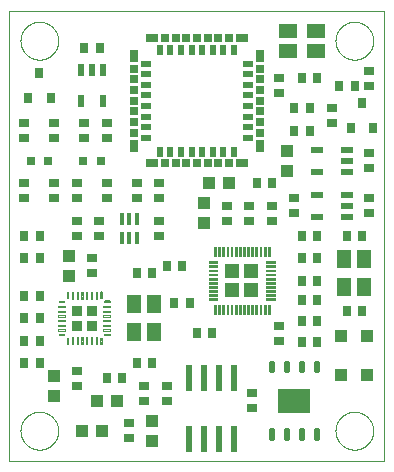
<source format=gtp>
G75*
%MOIN*%
%OFA0B0*%
%FSLAX25Y25*%
%IPPOS*%
%LPD*%
%AMOC8*
5,1,8,0,0,1.08239X$1,22.5*
%
%ADD10C,0.00000*%
%ADD11R,0.03307X0.01969*%
%ADD12R,0.01969X0.03307*%
%ADD13R,0.02559X0.04331*%
%ADD14R,0.02559X0.02559*%
%ADD15R,0.04331X0.02559*%
%ADD16C,0.00433*%
%ADD17C,0.00520*%
%ADD18R,0.03543X0.03543*%
%ADD19R,0.04605X0.04605*%
%ADD20R,0.04605X0.04617*%
%ADD21R,0.04607X0.04607*%
%ADD22R,0.04613X0.04605*%
%ADD23C,0.00197*%
%ADD24R,0.02362X0.08661*%
%ADD25R,0.03937X0.02165*%
%ADD26R,0.02165X0.03937*%
%ADD27R,0.04331X0.03937*%
%ADD28R,0.02756X0.03543*%
%ADD29R,0.03543X0.02756*%
%ADD30R,0.03937X0.04331*%
%ADD31R,0.04724X0.05906*%
%ADD32R,0.03150X0.03150*%
%ADD33R,0.10723X0.08476*%
%ADD34C,0.01213*%
%ADD35R,0.03150X0.03543*%
%ADD36R,0.01181X0.03898*%
%ADD37R,0.05906X0.04724*%
%ADD38R,0.03937X0.03937*%
D10*
X0031033Y0023661D02*
X0031033Y0173661D01*
X0156033Y0173661D01*
X0156033Y0023661D01*
X0031033Y0023661D01*
X0034734Y0033661D02*
X0034736Y0033819D01*
X0034742Y0033977D01*
X0034752Y0034135D01*
X0034766Y0034293D01*
X0034784Y0034450D01*
X0034805Y0034607D01*
X0034831Y0034763D01*
X0034861Y0034919D01*
X0034894Y0035074D01*
X0034932Y0035227D01*
X0034973Y0035380D01*
X0035018Y0035532D01*
X0035067Y0035683D01*
X0035120Y0035832D01*
X0035176Y0035980D01*
X0035236Y0036126D01*
X0035300Y0036271D01*
X0035368Y0036414D01*
X0035439Y0036556D01*
X0035513Y0036696D01*
X0035591Y0036833D01*
X0035673Y0036969D01*
X0035757Y0037103D01*
X0035846Y0037234D01*
X0035937Y0037363D01*
X0036032Y0037490D01*
X0036129Y0037615D01*
X0036230Y0037737D01*
X0036334Y0037856D01*
X0036441Y0037973D01*
X0036551Y0038087D01*
X0036664Y0038198D01*
X0036779Y0038307D01*
X0036897Y0038412D01*
X0037018Y0038514D01*
X0037141Y0038614D01*
X0037267Y0038710D01*
X0037395Y0038803D01*
X0037525Y0038893D01*
X0037658Y0038979D01*
X0037793Y0039063D01*
X0037929Y0039142D01*
X0038068Y0039219D01*
X0038209Y0039291D01*
X0038351Y0039361D01*
X0038495Y0039426D01*
X0038641Y0039488D01*
X0038788Y0039546D01*
X0038937Y0039601D01*
X0039087Y0039652D01*
X0039238Y0039699D01*
X0039390Y0039742D01*
X0039543Y0039781D01*
X0039698Y0039817D01*
X0039853Y0039848D01*
X0040009Y0039876D01*
X0040165Y0039900D01*
X0040322Y0039920D01*
X0040480Y0039936D01*
X0040637Y0039948D01*
X0040796Y0039956D01*
X0040954Y0039960D01*
X0041112Y0039960D01*
X0041270Y0039956D01*
X0041429Y0039948D01*
X0041586Y0039936D01*
X0041744Y0039920D01*
X0041901Y0039900D01*
X0042057Y0039876D01*
X0042213Y0039848D01*
X0042368Y0039817D01*
X0042523Y0039781D01*
X0042676Y0039742D01*
X0042828Y0039699D01*
X0042979Y0039652D01*
X0043129Y0039601D01*
X0043278Y0039546D01*
X0043425Y0039488D01*
X0043571Y0039426D01*
X0043715Y0039361D01*
X0043857Y0039291D01*
X0043998Y0039219D01*
X0044137Y0039142D01*
X0044273Y0039063D01*
X0044408Y0038979D01*
X0044541Y0038893D01*
X0044671Y0038803D01*
X0044799Y0038710D01*
X0044925Y0038614D01*
X0045048Y0038514D01*
X0045169Y0038412D01*
X0045287Y0038307D01*
X0045402Y0038198D01*
X0045515Y0038087D01*
X0045625Y0037973D01*
X0045732Y0037856D01*
X0045836Y0037737D01*
X0045937Y0037615D01*
X0046034Y0037490D01*
X0046129Y0037363D01*
X0046220Y0037234D01*
X0046309Y0037103D01*
X0046393Y0036969D01*
X0046475Y0036833D01*
X0046553Y0036696D01*
X0046627Y0036556D01*
X0046698Y0036414D01*
X0046766Y0036271D01*
X0046830Y0036126D01*
X0046890Y0035980D01*
X0046946Y0035832D01*
X0046999Y0035683D01*
X0047048Y0035532D01*
X0047093Y0035380D01*
X0047134Y0035227D01*
X0047172Y0035074D01*
X0047205Y0034919D01*
X0047235Y0034763D01*
X0047261Y0034607D01*
X0047282Y0034450D01*
X0047300Y0034293D01*
X0047314Y0034135D01*
X0047324Y0033977D01*
X0047330Y0033819D01*
X0047332Y0033661D01*
X0047330Y0033503D01*
X0047324Y0033345D01*
X0047314Y0033187D01*
X0047300Y0033029D01*
X0047282Y0032872D01*
X0047261Y0032715D01*
X0047235Y0032559D01*
X0047205Y0032403D01*
X0047172Y0032248D01*
X0047134Y0032095D01*
X0047093Y0031942D01*
X0047048Y0031790D01*
X0046999Y0031639D01*
X0046946Y0031490D01*
X0046890Y0031342D01*
X0046830Y0031196D01*
X0046766Y0031051D01*
X0046698Y0030908D01*
X0046627Y0030766D01*
X0046553Y0030626D01*
X0046475Y0030489D01*
X0046393Y0030353D01*
X0046309Y0030219D01*
X0046220Y0030088D01*
X0046129Y0029959D01*
X0046034Y0029832D01*
X0045937Y0029707D01*
X0045836Y0029585D01*
X0045732Y0029466D01*
X0045625Y0029349D01*
X0045515Y0029235D01*
X0045402Y0029124D01*
X0045287Y0029015D01*
X0045169Y0028910D01*
X0045048Y0028808D01*
X0044925Y0028708D01*
X0044799Y0028612D01*
X0044671Y0028519D01*
X0044541Y0028429D01*
X0044408Y0028343D01*
X0044273Y0028259D01*
X0044137Y0028180D01*
X0043998Y0028103D01*
X0043857Y0028031D01*
X0043715Y0027961D01*
X0043571Y0027896D01*
X0043425Y0027834D01*
X0043278Y0027776D01*
X0043129Y0027721D01*
X0042979Y0027670D01*
X0042828Y0027623D01*
X0042676Y0027580D01*
X0042523Y0027541D01*
X0042368Y0027505D01*
X0042213Y0027474D01*
X0042057Y0027446D01*
X0041901Y0027422D01*
X0041744Y0027402D01*
X0041586Y0027386D01*
X0041429Y0027374D01*
X0041270Y0027366D01*
X0041112Y0027362D01*
X0040954Y0027362D01*
X0040796Y0027366D01*
X0040637Y0027374D01*
X0040480Y0027386D01*
X0040322Y0027402D01*
X0040165Y0027422D01*
X0040009Y0027446D01*
X0039853Y0027474D01*
X0039698Y0027505D01*
X0039543Y0027541D01*
X0039390Y0027580D01*
X0039238Y0027623D01*
X0039087Y0027670D01*
X0038937Y0027721D01*
X0038788Y0027776D01*
X0038641Y0027834D01*
X0038495Y0027896D01*
X0038351Y0027961D01*
X0038209Y0028031D01*
X0038068Y0028103D01*
X0037929Y0028180D01*
X0037793Y0028259D01*
X0037658Y0028343D01*
X0037525Y0028429D01*
X0037395Y0028519D01*
X0037267Y0028612D01*
X0037141Y0028708D01*
X0037018Y0028808D01*
X0036897Y0028910D01*
X0036779Y0029015D01*
X0036664Y0029124D01*
X0036551Y0029235D01*
X0036441Y0029349D01*
X0036334Y0029466D01*
X0036230Y0029585D01*
X0036129Y0029707D01*
X0036032Y0029832D01*
X0035937Y0029959D01*
X0035846Y0030088D01*
X0035757Y0030219D01*
X0035673Y0030353D01*
X0035591Y0030489D01*
X0035513Y0030626D01*
X0035439Y0030766D01*
X0035368Y0030908D01*
X0035300Y0031051D01*
X0035236Y0031196D01*
X0035176Y0031342D01*
X0035120Y0031490D01*
X0035067Y0031639D01*
X0035018Y0031790D01*
X0034973Y0031942D01*
X0034932Y0032095D01*
X0034894Y0032248D01*
X0034861Y0032403D01*
X0034831Y0032559D01*
X0034805Y0032715D01*
X0034784Y0032872D01*
X0034766Y0033029D01*
X0034752Y0033187D01*
X0034742Y0033345D01*
X0034736Y0033503D01*
X0034734Y0033661D01*
X0139734Y0033661D02*
X0139736Y0033819D01*
X0139742Y0033977D01*
X0139752Y0034135D01*
X0139766Y0034293D01*
X0139784Y0034450D01*
X0139805Y0034607D01*
X0139831Y0034763D01*
X0139861Y0034919D01*
X0139894Y0035074D01*
X0139932Y0035227D01*
X0139973Y0035380D01*
X0140018Y0035532D01*
X0140067Y0035683D01*
X0140120Y0035832D01*
X0140176Y0035980D01*
X0140236Y0036126D01*
X0140300Y0036271D01*
X0140368Y0036414D01*
X0140439Y0036556D01*
X0140513Y0036696D01*
X0140591Y0036833D01*
X0140673Y0036969D01*
X0140757Y0037103D01*
X0140846Y0037234D01*
X0140937Y0037363D01*
X0141032Y0037490D01*
X0141129Y0037615D01*
X0141230Y0037737D01*
X0141334Y0037856D01*
X0141441Y0037973D01*
X0141551Y0038087D01*
X0141664Y0038198D01*
X0141779Y0038307D01*
X0141897Y0038412D01*
X0142018Y0038514D01*
X0142141Y0038614D01*
X0142267Y0038710D01*
X0142395Y0038803D01*
X0142525Y0038893D01*
X0142658Y0038979D01*
X0142793Y0039063D01*
X0142929Y0039142D01*
X0143068Y0039219D01*
X0143209Y0039291D01*
X0143351Y0039361D01*
X0143495Y0039426D01*
X0143641Y0039488D01*
X0143788Y0039546D01*
X0143937Y0039601D01*
X0144087Y0039652D01*
X0144238Y0039699D01*
X0144390Y0039742D01*
X0144543Y0039781D01*
X0144698Y0039817D01*
X0144853Y0039848D01*
X0145009Y0039876D01*
X0145165Y0039900D01*
X0145322Y0039920D01*
X0145480Y0039936D01*
X0145637Y0039948D01*
X0145796Y0039956D01*
X0145954Y0039960D01*
X0146112Y0039960D01*
X0146270Y0039956D01*
X0146429Y0039948D01*
X0146586Y0039936D01*
X0146744Y0039920D01*
X0146901Y0039900D01*
X0147057Y0039876D01*
X0147213Y0039848D01*
X0147368Y0039817D01*
X0147523Y0039781D01*
X0147676Y0039742D01*
X0147828Y0039699D01*
X0147979Y0039652D01*
X0148129Y0039601D01*
X0148278Y0039546D01*
X0148425Y0039488D01*
X0148571Y0039426D01*
X0148715Y0039361D01*
X0148857Y0039291D01*
X0148998Y0039219D01*
X0149137Y0039142D01*
X0149273Y0039063D01*
X0149408Y0038979D01*
X0149541Y0038893D01*
X0149671Y0038803D01*
X0149799Y0038710D01*
X0149925Y0038614D01*
X0150048Y0038514D01*
X0150169Y0038412D01*
X0150287Y0038307D01*
X0150402Y0038198D01*
X0150515Y0038087D01*
X0150625Y0037973D01*
X0150732Y0037856D01*
X0150836Y0037737D01*
X0150937Y0037615D01*
X0151034Y0037490D01*
X0151129Y0037363D01*
X0151220Y0037234D01*
X0151309Y0037103D01*
X0151393Y0036969D01*
X0151475Y0036833D01*
X0151553Y0036696D01*
X0151627Y0036556D01*
X0151698Y0036414D01*
X0151766Y0036271D01*
X0151830Y0036126D01*
X0151890Y0035980D01*
X0151946Y0035832D01*
X0151999Y0035683D01*
X0152048Y0035532D01*
X0152093Y0035380D01*
X0152134Y0035227D01*
X0152172Y0035074D01*
X0152205Y0034919D01*
X0152235Y0034763D01*
X0152261Y0034607D01*
X0152282Y0034450D01*
X0152300Y0034293D01*
X0152314Y0034135D01*
X0152324Y0033977D01*
X0152330Y0033819D01*
X0152332Y0033661D01*
X0152330Y0033503D01*
X0152324Y0033345D01*
X0152314Y0033187D01*
X0152300Y0033029D01*
X0152282Y0032872D01*
X0152261Y0032715D01*
X0152235Y0032559D01*
X0152205Y0032403D01*
X0152172Y0032248D01*
X0152134Y0032095D01*
X0152093Y0031942D01*
X0152048Y0031790D01*
X0151999Y0031639D01*
X0151946Y0031490D01*
X0151890Y0031342D01*
X0151830Y0031196D01*
X0151766Y0031051D01*
X0151698Y0030908D01*
X0151627Y0030766D01*
X0151553Y0030626D01*
X0151475Y0030489D01*
X0151393Y0030353D01*
X0151309Y0030219D01*
X0151220Y0030088D01*
X0151129Y0029959D01*
X0151034Y0029832D01*
X0150937Y0029707D01*
X0150836Y0029585D01*
X0150732Y0029466D01*
X0150625Y0029349D01*
X0150515Y0029235D01*
X0150402Y0029124D01*
X0150287Y0029015D01*
X0150169Y0028910D01*
X0150048Y0028808D01*
X0149925Y0028708D01*
X0149799Y0028612D01*
X0149671Y0028519D01*
X0149541Y0028429D01*
X0149408Y0028343D01*
X0149273Y0028259D01*
X0149137Y0028180D01*
X0148998Y0028103D01*
X0148857Y0028031D01*
X0148715Y0027961D01*
X0148571Y0027896D01*
X0148425Y0027834D01*
X0148278Y0027776D01*
X0148129Y0027721D01*
X0147979Y0027670D01*
X0147828Y0027623D01*
X0147676Y0027580D01*
X0147523Y0027541D01*
X0147368Y0027505D01*
X0147213Y0027474D01*
X0147057Y0027446D01*
X0146901Y0027422D01*
X0146744Y0027402D01*
X0146586Y0027386D01*
X0146429Y0027374D01*
X0146270Y0027366D01*
X0146112Y0027362D01*
X0145954Y0027362D01*
X0145796Y0027366D01*
X0145637Y0027374D01*
X0145480Y0027386D01*
X0145322Y0027402D01*
X0145165Y0027422D01*
X0145009Y0027446D01*
X0144853Y0027474D01*
X0144698Y0027505D01*
X0144543Y0027541D01*
X0144390Y0027580D01*
X0144238Y0027623D01*
X0144087Y0027670D01*
X0143937Y0027721D01*
X0143788Y0027776D01*
X0143641Y0027834D01*
X0143495Y0027896D01*
X0143351Y0027961D01*
X0143209Y0028031D01*
X0143068Y0028103D01*
X0142929Y0028180D01*
X0142793Y0028259D01*
X0142658Y0028343D01*
X0142525Y0028429D01*
X0142395Y0028519D01*
X0142267Y0028612D01*
X0142141Y0028708D01*
X0142018Y0028808D01*
X0141897Y0028910D01*
X0141779Y0029015D01*
X0141664Y0029124D01*
X0141551Y0029235D01*
X0141441Y0029349D01*
X0141334Y0029466D01*
X0141230Y0029585D01*
X0141129Y0029707D01*
X0141032Y0029832D01*
X0140937Y0029959D01*
X0140846Y0030088D01*
X0140757Y0030219D01*
X0140673Y0030353D01*
X0140591Y0030489D01*
X0140513Y0030626D01*
X0140439Y0030766D01*
X0140368Y0030908D01*
X0140300Y0031051D01*
X0140236Y0031196D01*
X0140176Y0031342D01*
X0140120Y0031490D01*
X0140067Y0031639D01*
X0140018Y0031790D01*
X0139973Y0031942D01*
X0139932Y0032095D01*
X0139894Y0032248D01*
X0139861Y0032403D01*
X0139831Y0032559D01*
X0139805Y0032715D01*
X0139784Y0032872D01*
X0139766Y0033029D01*
X0139752Y0033187D01*
X0139742Y0033345D01*
X0139736Y0033503D01*
X0139734Y0033661D01*
X0139734Y0163661D02*
X0139736Y0163819D01*
X0139742Y0163977D01*
X0139752Y0164135D01*
X0139766Y0164293D01*
X0139784Y0164450D01*
X0139805Y0164607D01*
X0139831Y0164763D01*
X0139861Y0164919D01*
X0139894Y0165074D01*
X0139932Y0165227D01*
X0139973Y0165380D01*
X0140018Y0165532D01*
X0140067Y0165683D01*
X0140120Y0165832D01*
X0140176Y0165980D01*
X0140236Y0166126D01*
X0140300Y0166271D01*
X0140368Y0166414D01*
X0140439Y0166556D01*
X0140513Y0166696D01*
X0140591Y0166833D01*
X0140673Y0166969D01*
X0140757Y0167103D01*
X0140846Y0167234D01*
X0140937Y0167363D01*
X0141032Y0167490D01*
X0141129Y0167615D01*
X0141230Y0167737D01*
X0141334Y0167856D01*
X0141441Y0167973D01*
X0141551Y0168087D01*
X0141664Y0168198D01*
X0141779Y0168307D01*
X0141897Y0168412D01*
X0142018Y0168514D01*
X0142141Y0168614D01*
X0142267Y0168710D01*
X0142395Y0168803D01*
X0142525Y0168893D01*
X0142658Y0168979D01*
X0142793Y0169063D01*
X0142929Y0169142D01*
X0143068Y0169219D01*
X0143209Y0169291D01*
X0143351Y0169361D01*
X0143495Y0169426D01*
X0143641Y0169488D01*
X0143788Y0169546D01*
X0143937Y0169601D01*
X0144087Y0169652D01*
X0144238Y0169699D01*
X0144390Y0169742D01*
X0144543Y0169781D01*
X0144698Y0169817D01*
X0144853Y0169848D01*
X0145009Y0169876D01*
X0145165Y0169900D01*
X0145322Y0169920D01*
X0145480Y0169936D01*
X0145637Y0169948D01*
X0145796Y0169956D01*
X0145954Y0169960D01*
X0146112Y0169960D01*
X0146270Y0169956D01*
X0146429Y0169948D01*
X0146586Y0169936D01*
X0146744Y0169920D01*
X0146901Y0169900D01*
X0147057Y0169876D01*
X0147213Y0169848D01*
X0147368Y0169817D01*
X0147523Y0169781D01*
X0147676Y0169742D01*
X0147828Y0169699D01*
X0147979Y0169652D01*
X0148129Y0169601D01*
X0148278Y0169546D01*
X0148425Y0169488D01*
X0148571Y0169426D01*
X0148715Y0169361D01*
X0148857Y0169291D01*
X0148998Y0169219D01*
X0149137Y0169142D01*
X0149273Y0169063D01*
X0149408Y0168979D01*
X0149541Y0168893D01*
X0149671Y0168803D01*
X0149799Y0168710D01*
X0149925Y0168614D01*
X0150048Y0168514D01*
X0150169Y0168412D01*
X0150287Y0168307D01*
X0150402Y0168198D01*
X0150515Y0168087D01*
X0150625Y0167973D01*
X0150732Y0167856D01*
X0150836Y0167737D01*
X0150937Y0167615D01*
X0151034Y0167490D01*
X0151129Y0167363D01*
X0151220Y0167234D01*
X0151309Y0167103D01*
X0151393Y0166969D01*
X0151475Y0166833D01*
X0151553Y0166696D01*
X0151627Y0166556D01*
X0151698Y0166414D01*
X0151766Y0166271D01*
X0151830Y0166126D01*
X0151890Y0165980D01*
X0151946Y0165832D01*
X0151999Y0165683D01*
X0152048Y0165532D01*
X0152093Y0165380D01*
X0152134Y0165227D01*
X0152172Y0165074D01*
X0152205Y0164919D01*
X0152235Y0164763D01*
X0152261Y0164607D01*
X0152282Y0164450D01*
X0152300Y0164293D01*
X0152314Y0164135D01*
X0152324Y0163977D01*
X0152330Y0163819D01*
X0152332Y0163661D01*
X0152330Y0163503D01*
X0152324Y0163345D01*
X0152314Y0163187D01*
X0152300Y0163029D01*
X0152282Y0162872D01*
X0152261Y0162715D01*
X0152235Y0162559D01*
X0152205Y0162403D01*
X0152172Y0162248D01*
X0152134Y0162095D01*
X0152093Y0161942D01*
X0152048Y0161790D01*
X0151999Y0161639D01*
X0151946Y0161490D01*
X0151890Y0161342D01*
X0151830Y0161196D01*
X0151766Y0161051D01*
X0151698Y0160908D01*
X0151627Y0160766D01*
X0151553Y0160626D01*
X0151475Y0160489D01*
X0151393Y0160353D01*
X0151309Y0160219D01*
X0151220Y0160088D01*
X0151129Y0159959D01*
X0151034Y0159832D01*
X0150937Y0159707D01*
X0150836Y0159585D01*
X0150732Y0159466D01*
X0150625Y0159349D01*
X0150515Y0159235D01*
X0150402Y0159124D01*
X0150287Y0159015D01*
X0150169Y0158910D01*
X0150048Y0158808D01*
X0149925Y0158708D01*
X0149799Y0158612D01*
X0149671Y0158519D01*
X0149541Y0158429D01*
X0149408Y0158343D01*
X0149273Y0158259D01*
X0149137Y0158180D01*
X0148998Y0158103D01*
X0148857Y0158031D01*
X0148715Y0157961D01*
X0148571Y0157896D01*
X0148425Y0157834D01*
X0148278Y0157776D01*
X0148129Y0157721D01*
X0147979Y0157670D01*
X0147828Y0157623D01*
X0147676Y0157580D01*
X0147523Y0157541D01*
X0147368Y0157505D01*
X0147213Y0157474D01*
X0147057Y0157446D01*
X0146901Y0157422D01*
X0146744Y0157402D01*
X0146586Y0157386D01*
X0146429Y0157374D01*
X0146270Y0157366D01*
X0146112Y0157362D01*
X0145954Y0157362D01*
X0145796Y0157366D01*
X0145637Y0157374D01*
X0145480Y0157386D01*
X0145322Y0157402D01*
X0145165Y0157422D01*
X0145009Y0157446D01*
X0144853Y0157474D01*
X0144698Y0157505D01*
X0144543Y0157541D01*
X0144390Y0157580D01*
X0144238Y0157623D01*
X0144087Y0157670D01*
X0143937Y0157721D01*
X0143788Y0157776D01*
X0143641Y0157834D01*
X0143495Y0157896D01*
X0143351Y0157961D01*
X0143209Y0158031D01*
X0143068Y0158103D01*
X0142929Y0158180D01*
X0142793Y0158259D01*
X0142658Y0158343D01*
X0142525Y0158429D01*
X0142395Y0158519D01*
X0142267Y0158612D01*
X0142141Y0158708D01*
X0142018Y0158808D01*
X0141897Y0158910D01*
X0141779Y0159015D01*
X0141664Y0159124D01*
X0141551Y0159235D01*
X0141441Y0159349D01*
X0141334Y0159466D01*
X0141230Y0159585D01*
X0141129Y0159707D01*
X0141032Y0159832D01*
X0140937Y0159959D01*
X0140846Y0160088D01*
X0140757Y0160219D01*
X0140673Y0160353D01*
X0140591Y0160489D01*
X0140513Y0160626D01*
X0140439Y0160766D01*
X0140368Y0160908D01*
X0140300Y0161051D01*
X0140236Y0161196D01*
X0140176Y0161342D01*
X0140120Y0161490D01*
X0140067Y0161639D01*
X0140018Y0161790D01*
X0139973Y0161942D01*
X0139932Y0162095D01*
X0139894Y0162248D01*
X0139861Y0162403D01*
X0139831Y0162559D01*
X0139805Y0162715D01*
X0139784Y0162872D01*
X0139766Y0163029D01*
X0139752Y0163187D01*
X0139742Y0163345D01*
X0139736Y0163503D01*
X0139734Y0163661D01*
X0034734Y0163661D02*
X0034736Y0163819D01*
X0034742Y0163977D01*
X0034752Y0164135D01*
X0034766Y0164293D01*
X0034784Y0164450D01*
X0034805Y0164607D01*
X0034831Y0164763D01*
X0034861Y0164919D01*
X0034894Y0165074D01*
X0034932Y0165227D01*
X0034973Y0165380D01*
X0035018Y0165532D01*
X0035067Y0165683D01*
X0035120Y0165832D01*
X0035176Y0165980D01*
X0035236Y0166126D01*
X0035300Y0166271D01*
X0035368Y0166414D01*
X0035439Y0166556D01*
X0035513Y0166696D01*
X0035591Y0166833D01*
X0035673Y0166969D01*
X0035757Y0167103D01*
X0035846Y0167234D01*
X0035937Y0167363D01*
X0036032Y0167490D01*
X0036129Y0167615D01*
X0036230Y0167737D01*
X0036334Y0167856D01*
X0036441Y0167973D01*
X0036551Y0168087D01*
X0036664Y0168198D01*
X0036779Y0168307D01*
X0036897Y0168412D01*
X0037018Y0168514D01*
X0037141Y0168614D01*
X0037267Y0168710D01*
X0037395Y0168803D01*
X0037525Y0168893D01*
X0037658Y0168979D01*
X0037793Y0169063D01*
X0037929Y0169142D01*
X0038068Y0169219D01*
X0038209Y0169291D01*
X0038351Y0169361D01*
X0038495Y0169426D01*
X0038641Y0169488D01*
X0038788Y0169546D01*
X0038937Y0169601D01*
X0039087Y0169652D01*
X0039238Y0169699D01*
X0039390Y0169742D01*
X0039543Y0169781D01*
X0039698Y0169817D01*
X0039853Y0169848D01*
X0040009Y0169876D01*
X0040165Y0169900D01*
X0040322Y0169920D01*
X0040480Y0169936D01*
X0040637Y0169948D01*
X0040796Y0169956D01*
X0040954Y0169960D01*
X0041112Y0169960D01*
X0041270Y0169956D01*
X0041429Y0169948D01*
X0041586Y0169936D01*
X0041744Y0169920D01*
X0041901Y0169900D01*
X0042057Y0169876D01*
X0042213Y0169848D01*
X0042368Y0169817D01*
X0042523Y0169781D01*
X0042676Y0169742D01*
X0042828Y0169699D01*
X0042979Y0169652D01*
X0043129Y0169601D01*
X0043278Y0169546D01*
X0043425Y0169488D01*
X0043571Y0169426D01*
X0043715Y0169361D01*
X0043857Y0169291D01*
X0043998Y0169219D01*
X0044137Y0169142D01*
X0044273Y0169063D01*
X0044408Y0168979D01*
X0044541Y0168893D01*
X0044671Y0168803D01*
X0044799Y0168710D01*
X0044925Y0168614D01*
X0045048Y0168514D01*
X0045169Y0168412D01*
X0045287Y0168307D01*
X0045402Y0168198D01*
X0045515Y0168087D01*
X0045625Y0167973D01*
X0045732Y0167856D01*
X0045836Y0167737D01*
X0045937Y0167615D01*
X0046034Y0167490D01*
X0046129Y0167363D01*
X0046220Y0167234D01*
X0046309Y0167103D01*
X0046393Y0166969D01*
X0046475Y0166833D01*
X0046553Y0166696D01*
X0046627Y0166556D01*
X0046698Y0166414D01*
X0046766Y0166271D01*
X0046830Y0166126D01*
X0046890Y0165980D01*
X0046946Y0165832D01*
X0046999Y0165683D01*
X0047048Y0165532D01*
X0047093Y0165380D01*
X0047134Y0165227D01*
X0047172Y0165074D01*
X0047205Y0164919D01*
X0047235Y0164763D01*
X0047261Y0164607D01*
X0047282Y0164450D01*
X0047300Y0164293D01*
X0047314Y0164135D01*
X0047324Y0163977D01*
X0047330Y0163819D01*
X0047332Y0163661D01*
X0047330Y0163503D01*
X0047324Y0163345D01*
X0047314Y0163187D01*
X0047300Y0163029D01*
X0047282Y0162872D01*
X0047261Y0162715D01*
X0047235Y0162559D01*
X0047205Y0162403D01*
X0047172Y0162248D01*
X0047134Y0162095D01*
X0047093Y0161942D01*
X0047048Y0161790D01*
X0046999Y0161639D01*
X0046946Y0161490D01*
X0046890Y0161342D01*
X0046830Y0161196D01*
X0046766Y0161051D01*
X0046698Y0160908D01*
X0046627Y0160766D01*
X0046553Y0160626D01*
X0046475Y0160489D01*
X0046393Y0160353D01*
X0046309Y0160219D01*
X0046220Y0160088D01*
X0046129Y0159959D01*
X0046034Y0159832D01*
X0045937Y0159707D01*
X0045836Y0159585D01*
X0045732Y0159466D01*
X0045625Y0159349D01*
X0045515Y0159235D01*
X0045402Y0159124D01*
X0045287Y0159015D01*
X0045169Y0158910D01*
X0045048Y0158808D01*
X0044925Y0158708D01*
X0044799Y0158612D01*
X0044671Y0158519D01*
X0044541Y0158429D01*
X0044408Y0158343D01*
X0044273Y0158259D01*
X0044137Y0158180D01*
X0043998Y0158103D01*
X0043857Y0158031D01*
X0043715Y0157961D01*
X0043571Y0157896D01*
X0043425Y0157834D01*
X0043278Y0157776D01*
X0043129Y0157721D01*
X0042979Y0157670D01*
X0042828Y0157623D01*
X0042676Y0157580D01*
X0042523Y0157541D01*
X0042368Y0157505D01*
X0042213Y0157474D01*
X0042057Y0157446D01*
X0041901Y0157422D01*
X0041744Y0157402D01*
X0041586Y0157386D01*
X0041429Y0157374D01*
X0041270Y0157366D01*
X0041112Y0157362D01*
X0040954Y0157362D01*
X0040796Y0157366D01*
X0040637Y0157374D01*
X0040480Y0157386D01*
X0040322Y0157402D01*
X0040165Y0157422D01*
X0040009Y0157446D01*
X0039853Y0157474D01*
X0039698Y0157505D01*
X0039543Y0157541D01*
X0039390Y0157580D01*
X0039238Y0157623D01*
X0039087Y0157670D01*
X0038937Y0157721D01*
X0038788Y0157776D01*
X0038641Y0157834D01*
X0038495Y0157896D01*
X0038351Y0157961D01*
X0038209Y0158031D01*
X0038068Y0158103D01*
X0037929Y0158180D01*
X0037793Y0158259D01*
X0037658Y0158343D01*
X0037525Y0158429D01*
X0037395Y0158519D01*
X0037267Y0158612D01*
X0037141Y0158708D01*
X0037018Y0158808D01*
X0036897Y0158910D01*
X0036779Y0159015D01*
X0036664Y0159124D01*
X0036551Y0159235D01*
X0036441Y0159349D01*
X0036334Y0159466D01*
X0036230Y0159585D01*
X0036129Y0159707D01*
X0036032Y0159832D01*
X0035937Y0159959D01*
X0035846Y0160088D01*
X0035757Y0160219D01*
X0035673Y0160353D01*
X0035591Y0160489D01*
X0035513Y0160626D01*
X0035439Y0160766D01*
X0035368Y0160908D01*
X0035300Y0161051D01*
X0035236Y0161196D01*
X0035176Y0161342D01*
X0035120Y0161490D01*
X0035067Y0161639D01*
X0035018Y0161790D01*
X0034973Y0161942D01*
X0034932Y0162095D01*
X0034894Y0162248D01*
X0034861Y0162403D01*
X0034831Y0162559D01*
X0034805Y0162715D01*
X0034784Y0162872D01*
X0034766Y0163029D01*
X0034752Y0163187D01*
X0034742Y0163345D01*
X0034736Y0163503D01*
X0034734Y0163661D01*
D11*
X0076564Y0156063D03*
X0076564Y0152519D03*
X0076564Y0148976D03*
X0076564Y0145433D03*
X0076564Y0141889D03*
X0076564Y0138346D03*
X0076564Y0134803D03*
X0076564Y0131259D03*
X0110501Y0131259D03*
X0110501Y0134803D03*
X0110501Y0138346D03*
X0110501Y0141889D03*
X0110501Y0145433D03*
X0110501Y0148976D03*
X0110501Y0152519D03*
X0110501Y0156063D03*
D12*
X0105934Y0160629D03*
X0102391Y0160629D03*
X0098848Y0160629D03*
X0095304Y0160629D03*
X0091761Y0160629D03*
X0088218Y0160629D03*
X0084675Y0160629D03*
X0081131Y0160629D03*
X0081131Y0126692D03*
X0084675Y0126692D03*
X0088218Y0126692D03*
X0091761Y0126692D03*
X0095304Y0126692D03*
X0098848Y0126692D03*
X0102391Y0126692D03*
X0105934Y0126692D03*
D13*
X0114419Y0128602D03*
X0114419Y0158720D03*
X0072647Y0158720D03*
X0072647Y0128602D03*
D14*
X0072647Y0133031D03*
X0072647Y0136574D03*
X0072647Y0140118D03*
X0072647Y0143661D03*
X0072647Y0147204D03*
X0072647Y0150748D03*
X0072647Y0154291D03*
X0082903Y0164547D03*
X0086446Y0164547D03*
X0089989Y0164547D03*
X0093533Y0164547D03*
X0097076Y0164547D03*
X0100619Y0164547D03*
X0104163Y0164547D03*
X0114419Y0154291D03*
X0114419Y0150748D03*
X0114419Y0147204D03*
X0114419Y0143661D03*
X0114419Y0140118D03*
X0114419Y0136574D03*
X0114419Y0133031D03*
X0104163Y0122775D03*
X0100619Y0122775D03*
X0097076Y0122775D03*
X0093533Y0122775D03*
X0089989Y0122775D03*
X0086446Y0122775D03*
X0082903Y0122775D03*
D15*
X0078474Y0122775D03*
X0108592Y0122775D03*
X0108592Y0164547D03*
X0078474Y0164547D03*
D16*
X0059753Y0079803D02*
X0059753Y0077479D01*
X0059753Y0079803D02*
X0060187Y0079803D01*
X0060187Y0077479D01*
X0059753Y0077479D01*
X0059753Y0077911D02*
X0060187Y0077911D01*
X0060187Y0078343D02*
X0059753Y0078343D01*
X0059753Y0078775D02*
X0060187Y0078775D01*
X0060187Y0079207D02*
X0059753Y0079207D01*
X0059753Y0079639D02*
X0060187Y0079639D01*
X0058178Y0079803D02*
X0058178Y0077479D01*
X0058178Y0079803D02*
X0058612Y0079803D01*
X0058612Y0077479D01*
X0058178Y0077479D01*
X0058178Y0077911D02*
X0058612Y0077911D01*
X0058612Y0078343D02*
X0058178Y0078343D01*
X0058178Y0078775D02*
X0058612Y0078775D01*
X0058612Y0079207D02*
X0058178Y0079207D01*
X0058178Y0079639D02*
X0058612Y0079639D01*
X0056603Y0079803D02*
X0056603Y0077479D01*
X0056603Y0079803D02*
X0057037Y0079803D01*
X0057037Y0077479D01*
X0056603Y0077479D01*
X0056603Y0077911D02*
X0057037Y0077911D01*
X0057037Y0078343D02*
X0056603Y0078343D01*
X0056603Y0078775D02*
X0057037Y0078775D01*
X0057037Y0079207D02*
X0056603Y0079207D01*
X0056603Y0079639D02*
X0057037Y0079639D01*
X0055028Y0079803D02*
X0055028Y0077479D01*
X0055028Y0079803D02*
X0055462Y0079803D01*
X0055462Y0077479D01*
X0055028Y0077479D01*
X0055028Y0077911D02*
X0055462Y0077911D01*
X0055462Y0078343D02*
X0055028Y0078343D01*
X0055028Y0078775D02*
X0055462Y0078775D01*
X0055462Y0079207D02*
X0055028Y0079207D01*
X0055028Y0079639D02*
X0055462Y0079639D01*
X0053454Y0079803D02*
X0053454Y0077479D01*
X0053454Y0079803D02*
X0053888Y0079803D01*
X0053888Y0077479D01*
X0053454Y0077479D01*
X0053454Y0077911D02*
X0053888Y0077911D01*
X0053888Y0078343D02*
X0053454Y0078343D01*
X0053454Y0078775D02*
X0053888Y0078775D01*
X0053888Y0079207D02*
X0053454Y0079207D01*
X0053454Y0079639D02*
X0053888Y0079639D01*
X0051879Y0079803D02*
X0051879Y0077479D01*
X0051879Y0079803D02*
X0052313Y0079803D01*
X0052313Y0077479D01*
X0051879Y0077479D01*
X0051879Y0077911D02*
X0052313Y0077911D01*
X0052313Y0078343D02*
X0051879Y0078343D01*
X0051879Y0078775D02*
X0052313Y0078775D01*
X0052313Y0079207D02*
X0051879Y0079207D01*
X0051879Y0079639D02*
X0052313Y0079639D01*
X0050304Y0079803D02*
X0050304Y0077873D01*
X0050304Y0079803D02*
X0050738Y0079803D01*
X0050738Y0077873D01*
X0050304Y0077873D01*
X0050304Y0078305D02*
X0050738Y0078305D01*
X0050738Y0078737D02*
X0050304Y0078737D01*
X0050304Y0079169D02*
X0050738Y0079169D01*
X0050738Y0079601D02*
X0050304Y0079601D01*
X0049360Y0076456D02*
X0047430Y0076456D01*
X0047430Y0076890D01*
X0049360Y0076890D01*
X0049360Y0076456D01*
X0049360Y0076888D02*
X0047430Y0076888D01*
X0047390Y0074881D02*
X0049714Y0074881D01*
X0047390Y0074881D02*
X0047390Y0075315D01*
X0049714Y0075315D01*
X0049714Y0074881D01*
X0049714Y0075313D02*
X0047390Y0075313D01*
X0047390Y0073306D02*
X0049714Y0073306D01*
X0047390Y0073306D02*
X0047390Y0073740D01*
X0049714Y0073740D01*
X0049714Y0073306D01*
X0049714Y0073738D02*
X0047390Y0073738D01*
X0047390Y0071731D02*
X0049714Y0071731D01*
X0047390Y0071731D02*
X0047390Y0072165D01*
X0049714Y0072165D01*
X0049714Y0071731D01*
X0049714Y0072163D02*
X0047390Y0072163D01*
X0047390Y0070157D02*
X0049714Y0070157D01*
X0047390Y0070157D02*
X0047390Y0070591D01*
X0049714Y0070591D01*
X0049714Y0070157D01*
X0049714Y0070589D02*
X0047390Y0070589D01*
X0047390Y0068582D02*
X0049714Y0068582D01*
X0047390Y0068582D02*
X0047390Y0069016D01*
X0049714Y0069016D01*
X0049714Y0068582D01*
X0049714Y0069014D02*
X0047390Y0069014D01*
X0047390Y0067007D02*
X0049714Y0067007D01*
X0047390Y0067007D02*
X0047390Y0067441D01*
X0049714Y0067441D01*
X0049714Y0067007D01*
X0049714Y0067439D02*
X0047390Y0067439D01*
X0047430Y0065432D02*
X0049360Y0065432D01*
X0047430Y0065432D02*
X0047430Y0065866D01*
X0049360Y0065866D01*
X0049360Y0065432D01*
X0049360Y0065864D02*
X0047430Y0065864D01*
X0050699Y0064449D02*
X0050699Y0062519D01*
X0050265Y0062519D01*
X0050265Y0064449D01*
X0050699Y0064449D01*
X0050699Y0062951D02*
X0050265Y0062951D01*
X0050265Y0063383D02*
X0050699Y0063383D01*
X0050699Y0063815D02*
X0050265Y0063815D01*
X0050265Y0064247D02*
X0050699Y0064247D01*
X0052313Y0064843D02*
X0052313Y0062519D01*
X0051879Y0062519D01*
X0051879Y0064843D01*
X0052313Y0064843D01*
X0052313Y0062951D02*
X0051879Y0062951D01*
X0051879Y0063383D02*
X0052313Y0063383D01*
X0052313Y0063815D02*
X0051879Y0063815D01*
X0051879Y0064247D02*
X0052313Y0064247D01*
X0052313Y0064679D02*
X0051879Y0064679D01*
X0053888Y0064843D02*
X0053888Y0062519D01*
X0053454Y0062519D01*
X0053454Y0064843D01*
X0053888Y0064843D01*
X0053888Y0062951D02*
X0053454Y0062951D01*
X0053454Y0063383D02*
X0053888Y0063383D01*
X0053888Y0063815D02*
X0053454Y0063815D01*
X0053454Y0064247D02*
X0053888Y0064247D01*
X0053888Y0064679D02*
X0053454Y0064679D01*
X0055462Y0064843D02*
X0055462Y0062519D01*
X0055028Y0062519D01*
X0055028Y0064843D01*
X0055462Y0064843D01*
X0055462Y0062951D02*
X0055028Y0062951D01*
X0055028Y0063383D02*
X0055462Y0063383D01*
X0055462Y0063815D02*
X0055028Y0063815D01*
X0055028Y0064247D02*
X0055462Y0064247D01*
X0055462Y0064679D02*
X0055028Y0064679D01*
X0057037Y0064843D02*
X0057037Y0062519D01*
X0056603Y0062519D01*
X0056603Y0064843D01*
X0057037Y0064843D01*
X0057037Y0062951D02*
X0056603Y0062951D01*
X0056603Y0063383D02*
X0057037Y0063383D01*
X0057037Y0063815D02*
X0056603Y0063815D01*
X0056603Y0064247D02*
X0057037Y0064247D01*
X0057037Y0064679D02*
X0056603Y0064679D01*
X0058612Y0064843D02*
X0058612Y0062519D01*
X0058178Y0062519D01*
X0058178Y0064843D01*
X0058612Y0064843D01*
X0058612Y0062951D02*
X0058178Y0062951D01*
X0058178Y0063383D02*
X0058612Y0063383D01*
X0058612Y0063815D02*
X0058178Y0063815D01*
X0058178Y0064247D02*
X0058612Y0064247D01*
X0058612Y0064679D02*
X0058178Y0064679D01*
X0060187Y0064843D02*
X0060187Y0062519D01*
X0059753Y0062519D01*
X0059753Y0064843D01*
X0060187Y0064843D01*
X0060187Y0062951D02*
X0059753Y0062951D01*
X0059753Y0063383D02*
X0060187Y0063383D01*
X0060187Y0063815D02*
X0059753Y0063815D01*
X0059753Y0064247D02*
X0060187Y0064247D01*
X0060187Y0064679D02*
X0059753Y0064679D01*
X0061762Y0064449D02*
X0061762Y0062519D01*
X0061328Y0062519D01*
X0061328Y0064449D01*
X0061762Y0064449D01*
X0061762Y0062951D02*
X0061328Y0062951D01*
X0061328Y0063383D02*
X0061762Y0063383D01*
X0061762Y0063815D02*
X0061328Y0063815D01*
X0061328Y0064247D02*
X0061762Y0064247D01*
X0062666Y0065866D02*
X0064596Y0065866D01*
X0064596Y0065432D01*
X0062666Y0065432D01*
X0062666Y0065866D01*
X0062666Y0065864D02*
X0064596Y0065864D01*
X0064636Y0067441D02*
X0062312Y0067441D01*
X0064636Y0067441D02*
X0064636Y0067007D01*
X0062312Y0067007D01*
X0062312Y0067441D01*
X0062312Y0067439D02*
X0064636Y0067439D01*
X0064636Y0069016D02*
X0062312Y0069016D01*
X0064636Y0069016D02*
X0064636Y0068582D01*
X0062312Y0068582D01*
X0062312Y0069016D01*
X0062312Y0069014D02*
X0064636Y0069014D01*
X0064636Y0070591D02*
X0062312Y0070591D01*
X0064636Y0070591D02*
X0064636Y0070157D01*
X0062312Y0070157D01*
X0062312Y0070591D01*
X0062312Y0070589D02*
X0064636Y0070589D01*
X0064636Y0072165D02*
X0062312Y0072165D01*
X0064636Y0072165D02*
X0064636Y0071731D01*
X0062312Y0071731D01*
X0062312Y0072165D01*
X0062312Y0072163D02*
X0064636Y0072163D01*
X0064636Y0073740D02*
X0062312Y0073740D01*
X0064636Y0073740D02*
X0064636Y0073306D01*
X0062312Y0073306D01*
X0062312Y0073740D01*
X0062312Y0073738D02*
X0064636Y0073738D01*
X0064636Y0075315D02*
X0062312Y0075315D01*
X0064636Y0075315D02*
X0064636Y0074881D01*
X0062312Y0074881D01*
X0062312Y0075315D01*
X0062312Y0075313D02*
X0064636Y0075313D01*
D17*
X0064631Y0076806D02*
X0062789Y0076806D01*
X0064631Y0076806D02*
X0064631Y0076460D01*
X0062789Y0076460D01*
X0062789Y0076806D01*
X0061411Y0077917D02*
X0061411Y0079759D01*
X0061757Y0079759D01*
X0061757Y0077917D01*
X0061411Y0077917D01*
X0061411Y0078436D02*
X0061757Y0078436D01*
X0061757Y0078955D02*
X0061411Y0078955D01*
X0061411Y0079474D02*
X0061757Y0079474D01*
D18*
X0058592Y0073720D03*
X0058592Y0068602D03*
X0053474Y0068602D03*
X0053474Y0073720D03*
D19*
X0111722Y0080471D03*
D20*
X0111723Y0086855D03*
D21*
X0105344Y0086850D03*
D22*
X0105340Y0080471D03*
D23*
X0100403Y0079921D02*
X0097411Y0079921D01*
X0097411Y0080511D01*
X0100403Y0080511D01*
X0100403Y0079921D01*
X0100403Y0080117D02*
X0097411Y0080117D01*
X0097411Y0080313D02*
X0100403Y0080313D01*
X0100403Y0080509D02*
X0097411Y0080509D01*
X0097411Y0081299D02*
X0100403Y0081299D01*
X0097411Y0081299D02*
X0097411Y0081889D01*
X0100403Y0081889D01*
X0100403Y0081299D01*
X0100403Y0081495D02*
X0097411Y0081495D01*
X0097411Y0081691D02*
X0100403Y0081691D01*
X0100403Y0081887D02*
X0097411Y0081887D01*
X0097411Y0082677D02*
X0100403Y0082677D01*
X0097411Y0082677D02*
X0097411Y0083267D01*
X0100403Y0083267D01*
X0100403Y0082677D01*
X0100403Y0082873D02*
X0097411Y0082873D01*
X0097411Y0083069D02*
X0100403Y0083069D01*
X0100403Y0083265D02*
X0097411Y0083265D01*
X0097411Y0084055D02*
X0100403Y0084055D01*
X0097411Y0084055D02*
X0097411Y0084645D01*
X0100403Y0084645D01*
X0100403Y0084055D01*
X0100403Y0084251D02*
X0097411Y0084251D01*
X0097411Y0084447D02*
X0100403Y0084447D01*
X0100403Y0084643D02*
X0097411Y0084643D01*
X0097411Y0085433D02*
X0100403Y0085433D01*
X0097411Y0085433D02*
X0097411Y0086023D01*
X0100403Y0086023D01*
X0100403Y0085433D01*
X0100403Y0085629D02*
X0097411Y0085629D01*
X0097411Y0085825D02*
X0100403Y0085825D01*
X0100403Y0086021D02*
X0097411Y0086021D01*
X0097411Y0086811D02*
X0100403Y0086811D01*
X0097411Y0086811D02*
X0097411Y0087401D01*
X0100403Y0087401D01*
X0100403Y0086811D01*
X0100403Y0087007D02*
X0097411Y0087007D01*
X0097411Y0087203D02*
X0100403Y0087203D01*
X0100403Y0087399D02*
X0097411Y0087399D01*
X0097411Y0088189D02*
X0100403Y0088189D01*
X0097411Y0088189D02*
X0097411Y0088779D01*
X0100403Y0088779D01*
X0100403Y0088189D01*
X0100403Y0088385D02*
X0097411Y0088385D01*
X0097411Y0088581D02*
X0100403Y0088581D01*
X0100403Y0088777D02*
X0097411Y0088777D01*
X0097411Y0089567D02*
X0100403Y0089567D01*
X0097411Y0089567D02*
X0097411Y0090157D01*
X0100403Y0090157D01*
X0100403Y0089567D01*
X0100403Y0089763D02*
X0097411Y0089763D01*
X0097411Y0089959D02*
X0100403Y0089959D01*
X0100403Y0090155D02*
X0097411Y0090155D01*
X0099281Y0091791D02*
X0099281Y0094783D01*
X0099871Y0094783D01*
X0099871Y0091791D01*
X0099281Y0091791D01*
X0099281Y0091987D02*
X0099871Y0091987D01*
X0099871Y0092183D02*
X0099281Y0092183D01*
X0099281Y0092379D02*
X0099871Y0092379D01*
X0099871Y0092575D02*
X0099281Y0092575D01*
X0099281Y0092771D02*
X0099871Y0092771D01*
X0099871Y0092967D02*
X0099281Y0092967D01*
X0099281Y0093163D02*
X0099871Y0093163D01*
X0099871Y0093359D02*
X0099281Y0093359D01*
X0099281Y0093555D02*
X0099871Y0093555D01*
X0099871Y0093751D02*
X0099281Y0093751D01*
X0099281Y0093947D02*
X0099871Y0093947D01*
X0099871Y0094143D02*
X0099281Y0094143D01*
X0099281Y0094339D02*
X0099871Y0094339D01*
X0099871Y0094535D02*
X0099281Y0094535D01*
X0099281Y0094731D02*
X0099871Y0094731D01*
X0100659Y0094783D02*
X0100659Y0091791D01*
X0100659Y0094783D02*
X0101249Y0094783D01*
X0101249Y0091791D01*
X0100659Y0091791D01*
X0100659Y0091987D02*
X0101249Y0091987D01*
X0101249Y0092183D02*
X0100659Y0092183D01*
X0100659Y0092379D02*
X0101249Y0092379D01*
X0101249Y0092575D02*
X0100659Y0092575D01*
X0100659Y0092771D02*
X0101249Y0092771D01*
X0101249Y0092967D02*
X0100659Y0092967D01*
X0100659Y0093163D02*
X0101249Y0093163D01*
X0101249Y0093359D02*
X0100659Y0093359D01*
X0100659Y0093555D02*
X0101249Y0093555D01*
X0101249Y0093751D02*
X0100659Y0093751D01*
X0100659Y0093947D02*
X0101249Y0093947D01*
X0101249Y0094143D02*
X0100659Y0094143D01*
X0100659Y0094339D02*
X0101249Y0094339D01*
X0101249Y0094535D02*
X0100659Y0094535D01*
X0100659Y0094731D02*
X0101249Y0094731D01*
X0102037Y0094783D02*
X0102037Y0091791D01*
X0102037Y0094783D02*
X0102627Y0094783D01*
X0102627Y0091791D01*
X0102037Y0091791D01*
X0102037Y0091987D02*
X0102627Y0091987D01*
X0102627Y0092183D02*
X0102037Y0092183D01*
X0102037Y0092379D02*
X0102627Y0092379D01*
X0102627Y0092575D02*
X0102037Y0092575D01*
X0102037Y0092771D02*
X0102627Y0092771D01*
X0102627Y0092967D02*
X0102037Y0092967D01*
X0102037Y0093163D02*
X0102627Y0093163D01*
X0102627Y0093359D02*
X0102037Y0093359D01*
X0102037Y0093555D02*
X0102627Y0093555D01*
X0102627Y0093751D02*
X0102037Y0093751D01*
X0102037Y0093947D02*
X0102627Y0093947D01*
X0102627Y0094143D02*
X0102037Y0094143D01*
X0102037Y0094339D02*
X0102627Y0094339D01*
X0102627Y0094535D02*
X0102037Y0094535D01*
X0102037Y0094731D02*
X0102627Y0094731D01*
X0103415Y0094783D02*
X0103415Y0091791D01*
X0103415Y0094783D02*
X0104005Y0094783D01*
X0104005Y0091791D01*
X0103415Y0091791D01*
X0103415Y0091987D02*
X0104005Y0091987D01*
X0104005Y0092183D02*
X0103415Y0092183D01*
X0103415Y0092379D02*
X0104005Y0092379D01*
X0104005Y0092575D02*
X0103415Y0092575D01*
X0103415Y0092771D02*
X0104005Y0092771D01*
X0104005Y0092967D02*
X0103415Y0092967D01*
X0103415Y0093163D02*
X0104005Y0093163D01*
X0104005Y0093359D02*
X0103415Y0093359D01*
X0103415Y0093555D02*
X0104005Y0093555D01*
X0104005Y0093751D02*
X0103415Y0093751D01*
X0103415Y0093947D02*
X0104005Y0093947D01*
X0104005Y0094143D02*
X0103415Y0094143D01*
X0103415Y0094339D02*
X0104005Y0094339D01*
X0104005Y0094535D02*
X0103415Y0094535D01*
X0103415Y0094731D02*
X0104005Y0094731D01*
X0104793Y0094783D02*
X0104793Y0091791D01*
X0104793Y0094783D02*
X0105383Y0094783D01*
X0105383Y0091791D01*
X0104793Y0091791D01*
X0104793Y0091987D02*
X0105383Y0091987D01*
X0105383Y0092183D02*
X0104793Y0092183D01*
X0104793Y0092379D02*
X0105383Y0092379D01*
X0105383Y0092575D02*
X0104793Y0092575D01*
X0104793Y0092771D02*
X0105383Y0092771D01*
X0105383Y0092967D02*
X0104793Y0092967D01*
X0104793Y0093163D02*
X0105383Y0093163D01*
X0105383Y0093359D02*
X0104793Y0093359D01*
X0104793Y0093555D02*
X0105383Y0093555D01*
X0105383Y0093751D02*
X0104793Y0093751D01*
X0104793Y0093947D02*
X0105383Y0093947D01*
X0105383Y0094143D02*
X0104793Y0094143D01*
X0104793Y0094339D02*
X0105383Y0094339D01*
X0105383Y0094535D02*
X0104793Y0094535D01*
X0104793Y0094731D02*
X0105383Y0094731D01*
X0106171Y0094783D02*
X0106171Y0091791D01*
X0106171Y0094783D02*
X0106761Y0094783D01*
X0106761Y0091791D01*
X0106171Y0091791D01*
X0106171Y0091987D02*
X0106761Y0091987D01*
X0106761Y0092183D02*
X0106171Y0092183D01*
X0106171Y0092379D02*
X0106761Y0092379D01*
X0106761Y0092575D02*
X0106171Y0092575D01*
X0106171Y0092771D02*
X0106761Y0092771D01*
X0106761Y0092967D02*
X0106171Y0092967D01*
X0106171Y0093163D02*
X0106761Y0093163D01*
X0106761Y0093359D02*
X0106171Y0093359D01*
X0106171Y0093555D02*
X0106761Y0093555D01*
X0106761Y0093751D02*
X0106171Y0093751D01*
X0106171Y0093947D02*
X0106761Y0093947D01*
X0106761Y0094143D02*
X0106171Y0094143D01*
X0106171Y0094339D02*
X0106761Y0094339D01*
X0106761Y0094535D02*
X0106171Y0094535D01*
X0106171Y0094731D02*
X0106761Y0094731D01*
X0107549Y0094783D02*
X0107549Y0091791D01*
X0107549Y0094783D02*
X0108139Y0094783D01*
X0108139Y0091791D01*
X0107549Y0091791D01*
X0107549Y0091987D02*
X0108139Y0091987D01*
X0108139Y0092183D02*
X0107549Y0092183D01*
X0107549Y0092379D02*
X0108139Y0092379D01*
X0108139Y0092575D02*
X0107549Y0092575D01*
X0107549Y0092771D02*
X0108139Y0092771D01*
X0108139Y0092967D02*
X0107549Y0092967D01*
X0107549Y0093163D02*
X0108139Y0093163D01*
X0108139Y0093359D02*
X0107549Y0093359D01*
X0107549Y0093555D02*
X0108139Y0093555D01*
X0108139Y0093751D02*
X0107549Y0093751D01*
X0107549Y0093947D02*
X0108139Y0093947D01*
X0108139Y0094143D02*
X0107549Y0094143D01*
X0107549Y0094339D02*
X0108139Y0094339D01*
X0108139Y0094535D02*
X0107549Y0094535D01*
X0107549Y0094731D02*
X0108139Y0094731D01*
X0108927Y0094783D02*
X0108927Y0091791D01*
X0108927Y0094783D02*
X0109517Y0094783D01*
X0109517Y0091791D01*
X0108927Y0091791D01*
X0108927Y0091987D02*
X0109517Y0091987D01*
X0109517Y0092183D02*
X0108927Y0092183D01*
X0108927Y0092379D02*
X0109517Y0092379D01*
X0109517Y0092575D02*
X0108927Y0092575D01*
X0108927Y0092771D02*
X0109517Y0092771D01*
X0109517Y0092967D02*
X0108927Y0092967D01*
X0108927Y0093163D02*
X0109517Y0093163D01*
X0109517Y0093359D02*
X0108927Y0093359D01*
X0108927Y0093555D02*
X0109517Y0093555D01*
X0109517Y0093751D02*
X0108927Y0093751D01*
X0108927Y0093947D02*
X0109517Y0093947D01*
X0109517Y0094143D02*
X0108927Y0094143D01*
X0108927Y0094339D02*
X0109517Y0094339D01*
X0109517Y0094535D02*
X0108927Y0094535D01*
X0108927Y0094731D02*
X0109517Y0094731D01*
X0110305Y0094783D02*
X0110305Y0091791D01*
X0110305Y0094783D02*
X0110895Y0094783D01*
X0110895Y0091791D01*
X0110305Y0091791D01*
X0110305Y0091987D02*
X0110895Y0091987D01*
X0110895Y0092183D02*
X0110305Y0092183D01*
X0110305Y0092379D02*
X0110895Y0092379D01*
X0110895Y0092575D02*
X0110305Y0092575D01*
X0110305Y0092771D02*
X0110895Y0092771D01*
X0110895Y0092967D02*
X0110305Y0092967D01*
X0110305Y0093163D02*
X0110895Y0093163D01*
X0110895Y0093359D02*
X0110305Y0093359D01*
X0110305Y0093555D02*
X0110895Y0093555D01*
X0110895Y0093751D02*
X0110305Y0093751D01*
X0110305Y0093947D02*
X0110895Y0093947D01*
X0110895Y0094143D02*
X0110305Y0094143D01*
X0110305Y0094339D02*
X0110895Y0094339D01*
X0110895Y0094535D02*
X0110305Y0094535D01*
X0110305Y0094731D02*
X0110895Y0094731D01*
X0111683Y0094783D02*
X0111683Y0091791D01*
X0111683Y0094783D02*
X0112273Y0094783D01*
X0112273Y0091791D01*
X0111683Y0091791D01*
X0111683Y0091987D02*
X0112273Y0091987D01*
X0112273Y0092183D02*
X0111683Y0092183D01*
X0111683Y0092379D02*
X0112273Y0092379D01*
X0112273Y0092575D02*
X0111683Y0092575D01*
X0111683Y0092771D02*
X0112273Y0092771D01*
X0112273Y0092967D02*
X0111683Y0092967D01*
X0111683Y0093163D02*
X0112273Y0093163D01*
X0112273Y0093359D02*
X0111683Y0093359D01*
X0111683Y0093555D02*
X0112273Y0093555D01*
X0112273Y0093751D02*
X0111683Y0093751D01*
X0111683Y0093947D02*
X0112273Y0093947D01*
X0112273Y0094143D02*
X0111683Y0094143D01*
X0111683Y0094339D02*
X0112273Y0094339D01*
X0112273Y0094535D02*
X0111683Y0094535D01*
X0111683Y0094731D02*
X0112273Y0094731D01*
X0113061Y0094783D02*
X0113061Y0091791D01*
X0113061Y0094783D02*
X0113651Y0094783D01*
X0113651Y0091791D01*
X0113061Y0091791D01*
X0113061Y0091987D02*
X0113651Y0091987D01*
X0113651Y0092183D02*
X0113061Y0092183D01*
X0113061Y0092379D02*
X0113651Y0092379D01*
X0113651Y0092575D02*
X0113061Y0092575D01*
X0113061Y0092771D02*
X0113651Y0092771D01*
X0113651Y0092967D02*
X0113061Y0092967D01*
X0113061Y0093163D02*
X0113651Y0093163D01*
X0113651Y0093359D02*
X0113061Y0093359D01*
X0113061Y0093555D02*
X0113651Y0093555D01*
X0113651Y0093751D02*
X0113061Y0093751D01*
X0113061Y0093947D02*
X0113651Y0093947D01*
X0113651Y0094143D02*
X0113061Y0094143D01*
X0113061Y0094339D02*
X0113651Y0094339D01*
X0113651Y0094535D02*
X0113061Y0094535D01*
X0113061Y0094731D02*
X0113651Y0094731D01*
X0114439Y0094783D02*
X0114439Y0091791D01*
X0114439Y0094783D02*
X0115029Y0094783D01*
X0115029Y0091791D01*
X0114439Y0091791D01*
X0114439Y0091987D02*
X0115029Y0091987D01*
X0115029Y0092183D02*
X0114439Y0092183D01*
X0114439Y0092379D02*
X0115029Y0092379D01*
X0115029Y0092575D02*
X0114439Y0092575D01*
X0114439Y0092771D02*
X0115029Y0092771D01*
X0115029Y0092967D02*
X0114439Y0092967D01*
X0114439Y0093163D02*
X0115029Y0093163D01*
X0115029Y0093359D02*
X0114439Y0093359D01*
X0114439Y0093555D02*
X0115029Y0093555D01*
X0115029Y0093751D02*
X0114439Y0093751D01*
X0114439Y0093947D02*
X0115029Y0093947D01*
X0115029Y0094143D02*
X0114439Y0094143D01*
X0114439Y0094339D02*
X0115029Y0094339D01*
X0115029Y0094535D02*
X0114439Y0094535D01*
X0114439Y0094731D02*
X0115029Y0094731D01*
X0115817Y0094783D02*
X0115817Y0091791D01*
X0115817Y0094783D02*
X0116407Y0094783D01*
X0116407Y0091791D01*
X0115817Y0091791D01*
X0115817Y0091987D02*
X0116407Y0091987D01*
X0116407Y0092183D02*
X0115817Y0092183D01*
X0115817Y0092379D02*
X0116407Y0092379D01*
X0116407Y0092575D02*
X0115817Y0092575D01*
X0115817Y0092771D02*
X0116407Y0092771D01*
X0116407Y0092967D02*
X0115817Y0092967D01*
X0115817Y0093163D02*
X0116407Y0093163D01*
X0116407Y0093359D02*
X0115817Y0093359D01*
X0115817Y0093555D02*
X0116407Y0093555D01*
X0116407Y0093751D02*
X0115817Y0093751D01*
X0115817Y0093947D02*
X0116407Y0093947D01*
X0116407Y0094143D02*
X0115817Y0094143D01*
X0115817Y0094339D02*
X0116407Y0094339D01*
X0116407Y0094535D02*
X0115817Y0094535D01*
X0115817Y0094731D02*
X0116407Y0094731D01*
X0117194Y0094783D02*
X0117194Y0091791D01*
X0117194Y0094783D02*
X0117784Y0094783D01*
X0117784Y0091791D01*
X0117194Y0091791D01*
X0117194Y0091987D02*
X0117784Y0091987D01*
X0117784Y0092183D02*
X0117194Y0092183D01*
X0117194Y0092379D02*
X0117784Y0092379D01*
X0117784Y0092575D02*
X0117194Y0092575D01*
X0117194Y0092771D02*
X0117784Y0092771D01*
X0117784Y0092967D02*
X0117194Y0092967D01*
X0117194Y0093163D02*
X0117784Y0093163D01*
X0117784Y0093359D02*
X0117194Y0093359D01*
X0117194Y0093555D02*
X0117784Y0093555D01*
X0117784Y0093751D02*
X0117194Y0093751D01*
X0117194Y0093947D02*
X0117784Y0093947D01*
X0117784Y0094143D02*
X0117194Y0094143D01*
X0117194Y0094339D02*
X0117784Y0094339D01*
X0117784Y0094535D02*
X0117194Y0094535D01*
X0117194Y0094731D02*
X0117784Y0094731D01*
X0116663Y0089567D02*
X0119655Y0089567D01*
X0116663Y0089567D02*
X0116663Y0090157D01*
X0119655Y0090157D01*
X0119655Y0089567D01*
X0119655Y0089763D02*
X0116663Y0089763D01*
X0116663Y0089959D02*
X0119655Y0089959D01*
X0119655Y0090155D02*
X0116663Y0090155D01*
X0116663Y0088189D02*
X0119655Y0088189D01*
X0116663Y0088189D02*
X0116663Y0088779D01*
X0119655Y0088779D01*
X0119655Y0088189D01*
X0119655Y0088385D02*
X0116663Y0088385D01*
X0116663Y0088581D02*
X0119655Y0088581D01*
X0119655Y0088777D02*
X0116663Y0088777D01*
X0116663Y0086811D02*
X0119655Y0086811D01*
X0116663Y0086811D02*
X0116663Y0087401D01*
X0119655Y0087401D01*
X0119655Y0086811D01*
X0119655Y0087007D02*
X0116663Y0087007D01*
X0116663Y0087203D02*
X0119655Y0087203D01*
X0119655Y0087399D02*
X0116663Y0087399D01*
X0116663Y0085433D02*
X0119655Y0085433D01*
X0116663Y0085433D02*
X0116663Y0086023D01*
X0119655Y0086023D01*
X0119655Y0085433D01*
X0119655Y0085629D02*
X0116663Y0085629D01*
X0116663Y0085825D02*
X0119655Y0085825D01*
X0119655Y0086021D02*
X0116663Y0086021D01*
X0116663Y0084055D02*
X0119655Y0084055D01*
X0116663Y0084055D02*
X0116663Y0084645D01*
X0119655Y0084645D01*
X0119655Y0084055D01*
X0119655Y0084251D02*
X0116663Y0084251D01*
X0116663Y0084447D02*
X0119655Y0084447D01*
X0119655Y0084643D02*
X0116663Y0084643D01*
X0116663Y0082677D02*
X0119655Y0082677D01*
X0116663Y0082677D02*
X0116663Y0083267D01*
X0119655Y0083267D01*
X0119655Y0082677D01*
X0119655Y0082873D02*
X0116663Y0082873D01*
X0116663Y0083069D02*
X0119655Y0083069D01*
X0119655Y0083265D02*
X0116663Y0083265D01*
X0116663Y0081299D02*
X0119655Y0081299D01*
X0116663Y0081299D02*
X0116663Y0081889D01*
X0119655Y0081889D01*
X0119655Y0081299D01*
X0119655Y0081495D02*
X0116663Y0081495D01*
X0116663Y0081691D02*
X0119655Y0081691D01*
X0119655Y0081887D02*
X0116663Y0081887D01*
X0116663Y0079921D02*
X0119655Y0079921D01*
X0116663Y0079921D02*
X0116663Y0080511D01*
X0119655Y0080511D01*
X0119655Y0079921D01*
X0119655Y0080117D02*
X0116663Y0080117D01*
X0116663Y0080313D02*
X0119655Y0080313D01*
X0119655Y0080509D02*
X0116663Y0080509D01*
X0116663Y0078543D02*
X0119655Y0078543D01*
X0116663Y0078543D02*
X0116663Y0079133D01*
X0119655Y0079133D01*
X0119655Y0078543D01*
X0119655Y0078739D02*
X0116663Y0078739D01*
X0116663Y0078935D02*
X0119655Y0078935D01*
X0119655Y0079131D02*
X0116663Y0079131D01*
X0116663Y0077165D02*
X0119655Y0077165D01*
X0116663Y0077165D02*
X0116663Y0077755D01*
X0119655Y0077755D01*
X0119655Y0077165D01*
X0119655Y0077361D02*
X0116663Y0077361D01*
X0116663Y0077557D02*
X0119655Y0077557D01*
X0119655Y0077753D02*
X0116663Y0077753D01*
X0115817Y0075531D02*
X0115817Y0072539D01*
X0115817Y0075531D02*
X0116407Y0075531D01*
X0116407Y0072539D01*
X0115817Y0072539D01*
X0115817Y0072735D02*
X0116407Y0072735D01*
X0116407Y0072931D02*
X0115817Y0072931D01*
X0115817Y0073127D02*
X0116407Y0073127D01*
X0116407Y0073323D02*
X0115817Y0073323D01*
X0115817Y0073519D02*
X0116407Y0073519D01*
X0116407Y0073715D02*
X0115817Y0073715D01*
X0115817Y0073911D02*
X0116407Y0073911D01*
X0116407Y0074107D02*
X0115817Y0074107D01*
X0115817Y0074303D02*
X0116407Y0074303D01*
X0116407Y0074499D02*
X0115817Y0074499D01*
X0115817Y0074695D02*
X0116407Y0074695D01*
X0116407Y0074891D02*
X0115817Y0074891D01*
X0115817Y0075087D02*
X0116407Y0075087D01*
X0116407Y0075283D02*
X0115817Y0075283D01*
X0115817Y0075479D02*
X0116407Y0075479D01*
X0117194Y0075531D02*
X0117194Y0072539D01*
X0117194Y0075531D02*
X0117784Y0075531D01*
X0117784Y0072539D01*
X0117194Y0072539D01*
X0117194Y0072735D02*
X0117784Y0072735D01*
X0117784Y0072931D02*
X0117194Y0072931D01*
X0117194Y0073127D02*
X0117784Y0073127D01*
X0117784Y0073323D02*
X0117194Y0073323D01*
X0117194Y0073519D02*
X0117784Y0073519D01*
X0117784Y0073715D02*
X0117194Y0073715D01*
X0117194Y0073911D02*
X0117784Y0073911D01*
X0117784Y0074107D02*
X0117194Y0074107D01*
X0117194Y0074303D02*
X0117784Y0074303D01*
X0117784Y0074499D02*
X0117194Y0074499D01*
X0117194Y0074695D02*
X0117784Y0074695D01*
X0117784Y0074891D02*
X0117194Y0074891D01*
X0117194Y0075087D02*
X0117784Y0075087D01*
X0117784Y0075283D02*
X0117194Y0075283D01*
X0117194Y0075479D02*
X0117784Y0075479D01*
X0114439Y0075531D02*
X0114439Y0072539D01*
X0114439Y0075531D02*
X0115029Y0075531D01*
X0115029Y0072539D01*
X0114439Y0072539D01*
X0114439Y0072735D02*
X0115029Y0072735D01*
X0115029Y0072931D02*
X0114439Y0072931D01*
X0114439Y0073127D02*
X0115029Y0073127D01*
X0115029Y0073323D02*
X0114439Y0073323D01*
X0114439Y0073519D02*
X0115029Y0073519D01*
X0115029Y0073715D02*
X0114439Y0073715D01*
X0114439Y0073911D02*
X0115029Y0073911D01*
X0115029Y0074107D02*
X0114439Y0074107D01*
X0114439Y0074303D02*
X0115029Y0074303D01*
X0115029Y0074499D02*
X0114439Y0074499D01*
X0114439Y0074695D02*
X0115029Y0074695D01*
X0115029Y0074891D02*
X0114439Y0074891D01*
X0114439Y0075087D02*
X0115029Y0075087D01*
X0115029Y0075283D02*
X0114439Y0075283D01*
X0114439Y0075479D02*
X0115029Y0075479D01*
X0113061Y0075531D02*
X0113061Y0072539D01*
X0113061Y0075531D02*
X0113651Y0075531D01*
X0113651Y0072539D01*
X0113061Y0072539D01*
X0113061Y0072735D02*
X0113651Y0072735D01*
X0113651Y0072931D02*
X0113061Y0072931D01*
X0113061Y0073127D02*
X0113651Y0073127D01*
X0113651Y0073323D02*
X0113061Y0073323D01*
X0113061Y0073519D02*
X0113651Y0073519D01*
X0113651Y0073715D02*
X0113061Y0073715D01*
X0113061Y0073911D02*
X0113651Y0073911D01*
X0113651Y0074107D02*
X0113061Y0074107D01*
X0113061Y0074303D02*
X0113651Y0074303D01*
X0113651Y0074499D02*
X0113061Y0074499D01*
X0113061Y0074695D02*
X0113651Y0074695D01*
X0113651Y0074891D02*
X0113061Y0074891D01*
X0113061Y0075087D02*
X0113651Y0075087D01*
X0113651Y0075283D02*
X0113061Y0075283D01*
X0113061Y0075479D02*
X0113651Y0075479D01*
X0111683Y0075531D02*
X0111683Y0072539D01*
X0111683Y0075531D02*
X0112273Y0075531D01*
X0112273Y0072539D01*
X0111683Y0072539D01*
X0111683Y0072735D02*
X0112273Y0072735D01*
X0112273Y0072931D02*
X0111683Y0072931D01*
X0111683Y0073127D02*
X0112273Y0073127D01*
X0112273Y0073323D02*
X0111683Y0073323D01*
X0111683Y0073519D02*
X0112273Y0073519D01*
X0112273Y0073715D02*
X0111683Y0073715D01*
X0111683Y0073911D02*
X0112273Y0073911D01*
X0112273Y0074107D02*
X0111683Y0074107D01*
X0111683Y0074303D02*
X0112273Y0074303D01*
X0112273Y0074499D02*
X0111683Y0074499D01*
X0111683Y0074695D02*
X0112273Y0074695D01*
X0112273Y0074891D02*
X0111683Y0074891D01*
X0111683Y0075087D02*
X0112273Y0075087D01*
X0112273Y0075283D02*
X0111683Y0075283D01*
X0111683Y0075479D02*
X0112273Y0075479D01*
X0110305Y0075531D02*
X0110305Y0072539D01*
X0110305Y0075531D02*
X0110895Y0075531D01*
X0110895Y0072539D01*
X0110305Y0072539D01*
X0110305Y0072735D02*
X0110895Y0072735D01*
X0110895Y0072931D02*
X0110305Y0072931D01*
X0110305Y0073127D02*
X0110895Y0073127D01*
X0110895Y0073323D02*
X0110305Y0073323D01*
X0110305Y0073519D02*
X0110895Y0073519D01*
X0110895Y0073715D02*
X0110305Y0073715D01*
X0110305Y0073911D02*
X0110895Y0073911D01*
X0110895Y0074107D02*
X0110305Y0074107D01*
X0110305Y0074303D02*
X0110895Y0074303D01*
X0110895Y0074499D02*
X0110305Y0074499D01*
X0110305Y0074695D02*
X0110895Y0074695D01*
X0110895Y0074891D02*
X0110305Y0074891D01*
X0110305Y0075087D02*
X0110895Y0075087D01*
X0110895Y0075283D02*
X0110305Y0075283D01*
X0110305Y0075479D02*
X0110895Y0075479D01*
X0108927Y0075531D02*
X0108927Y0072539D01*
X0108927Y0075531D02*
X0109517Y0075531D01*
X0109517Y0072539D01*
X0108927Y0072539D01*
X0108927Y0072735D02*
X0109517Y0072735D01*
X0109517Y0072931D02*
X0108927Y0072931D01*
X0108927Y0073127D02*
X0109517Y0073127D01*
X0109517Y0073323D02*
X0108927Y0073323D01*
X0108927Y0073519D02*
X0109517Y0073519D01*
X0109517Y0073715D02*
X0108927Y0073715D01*
X0108927Y0073911D02*
X0109517Y0073911D01*
X0109517Y0074107D02*
X0108927Y0074107D01*
X0108927Y0074303D02*
X0109517Y0074303D01*
X0109517Y0074499D02*
X0108927Y0074499D01*
X0108927Y0074695D02*
X0109517Y0074695D01*
X0109517Y0074891D02*
X0108927Y0074891D01*
X0108927Y0075087D02*
X0109517Y0075087D01*
X0109517Y0075283D02*
X0108927Y0075283D01*
X0108927Y0075479D02*
X0109517Y0075479D01*
X0107549Y0075531D02*
X0107549Y0072539D01*
X0107549Y0075531D02*
X0108139Y0075531D01*
X0108139Y0072539D01*
X0107549Y0072539D01*
X0107549Y0072735D02*
X0108139Y0072735D01*
X0108139Y0072931D02*
X0107549Y0072931D01*
X0107549Y0073127D02*
X0108139Y0073127D01*
X0108139Y0073323D02*
X0107549Y0073323D01*
X0107549Y0073519D02*
X0108139Y0073519D01*
X0108139Y0073715D02*
X0107549Y0073715D01*
X0107549Y0073911D02*
X0108139Y0073911D01*
X0108139Y0074107D02*
X0107549Y0074107D01*
X0107549Y0074303D02*
X0108139Y0074303D01*
X0108139Y0074499D02*
X0107549Y0074499D01*
X0107549Y0074695D02*
X0108139Y0074695D01*
X0108139Y0074891D02*
X0107549Y0074891D01*
X0107549Y0075087D02*
X0108139Y0075087D01*
X0108139Y0075283D02*
X0107549Y0075283D01*
X0107549Y0075479D02*
X0108139Y0075479D01*
X0106171Y0075531D02*
X0106171Y0072539D01*
X0106171Y0075531D02*
X0106761Y0075531D01*
X0106761Y0072539D01*
X0106171Y0072539D01*
X0106171Y0072735D02*
X0106761Y0072735D01*
X0106761Y0072931D02*
X0106171Y0072931D01*
X0106171Y0073127D02*
X0106761Y0073127D01*
X0106761Y0073323D02*
X0106171Y0073323D01*
X0106171Y0073519D02*
X0106761Y0073519D01*
X0106761Y0073715D02*
X0106171Y0073715D01*
X0106171Y0073911D02*
X0106761Y0073911D01*
X0106761Y0074107D02*
X0106171Y0074107D01*
X0106171Y0074303D02*
X0106761Y0074303D01*
X0106761Y0074499D02*
X0106171Y0074499D01*
X0106171Y0074695D02*
X0106761Y0074695D01*
X0106761Y0074891D02*
X0106171Y0074891D01*
X0106171Y0075087D02*
X0106761Y0075087D01*
X0106761Y0075283D02*
X0106171Y0075283D01*
X0106171Y0075479D02*
X0106761Y0075479D01*
X0104793Y0075531D02*
X0104793Y0072539D01*
X0104793Y0075531D02*
X0105383Y0075531D01*
X0105383Y0072539D01*
X0104793Y0072539D01*
X0104793Y0072735D02*
X0105383Y0072735D01*
X0105383Y0072931D02*
X0104793Y0072931D01*
X0104793Y0073127D02*
X0105383Y0073127D01*
X0105383Y0073323D02*
X0104793Y0073323D01*
X0104793Y0073519D02*
X0105383Y0073519D01*
X0105383Y0073715D02*
X0104793Y0073715D01*
X0104793Y0073911D02*
X0105383Y0073911D01*
X0105383Y0074107D02*
X0104793Y0074107D01*
X0104793Y0074303D02*
X0105383Y0074303D01*
X0105383Y0074499D02*
X0104793Y0074499D01*
X0104793Y0074695D02*
X0105383Y0074695D01*
X0105383Y0074891D02*
X0104793Y0074891D01*
X0104793Y0075087D02*
X0105383Y0075087D01*
X0105383Y0075283D02*
X0104793Y0075283D01*
X0104793Y0075479D02*
X0105383Y0075479D01*
X0103415Y0075531D02*
X0103415Y0072539D01*
X0103415Y0075531D02*
X0104005Y0075531D01*
X0104005Y0072539D01*
X0103415Y0072539D01*
X0103415Y0072735D02*
X0104005Y0072735D01*
X0104005Y0072931D02*
X0103415Y0072931D01*
X0103415Y0073127D02*
X0104005Y0073127D01*
X0104005Y0073323D02*
X0103415Y0073323D01*
X0103415Y0073519D02*
X0104005Y0073519D01*
X0104005Y0073715D02*
X0103415Y0073715D01*
X0103415Y0073911D02*
X0104005Y0073911D01*
X0104005Y0074107D02*
X0103415Y0074107D01*
X0103415Y0074303D02*
X0104005Y0074303D01*
X0104005Y0074499D02*
X0103415Y0074499D01*
X0103415Y0074695D02*
X0104005Y0074695D01*
X0104005Y0074891D02*
X0103415Y0074891D01*
X0103415Y0075087D02*
X0104005Y0075087D01*
X0104005Y0075283D02*
X0103415Y0075283D01*
X0103415Y0075479D02*
X0104005Y0075479D01*
X0102037Y0075531D02*
X0102037Y0072539D01*
X0102037Y0075531D02*
X0102627Y0075531D01*
X0102627Y0072539D01*
X0102037Y0072539D01*
X0102037Y0072735D02*
X0102627Y0072735D01*
X0102627Y0072931D02*
X0102037Y0072931D01*
X0102037Y0073127D02*
X0102627Y0073127D01*
X0102627Y0073323D02*
X0102037Y0073323D01*
X0102037Y0073519D02*
X0102627Y0073519D01*
X0102627Y0073715D02*
X0102037Y0073715D01*
X0102037Y0073911D02*
X0102627Y0073911D01*
X0102627Y0074107D02*
X0102037Y0074107D01*
X0102037Y0074303D02*
X0102627Y0074303D01*
X0102627Y0074499D02*
X0102037Y0074499D01*
X0102037Y0074695D02*
X0102627Y0074695D01*
X0102627Y0074891D02*
X0102037Y0074891D01*
X0102037Y0075087D02*
X0102627Y0075087D01*
X0102627Y0075283D02*
X0102037Y0075283D01*
X0102037Y0075479D02*
X0102627Y0075479D01*
X0100659Y0075531D02*
X0100659Y0072539D01*
X0100659Y0075531D02*
X0101249Y0075531D01*
X0101249Y0072539D01*
X0100659Y0072539D01*
X0100659Y0072735D02*
X0101249Y0072735D01*
X0101249Y0072931D02*
X0100659Y0072931D01*
X0100659Y0073127D02*
X0101249Y0073127D01*
X0101249Y0073323D02*
X0100659Y0073323D01*
X0100659Y0073519D02*
X0101249Y0073519D01*
X0101249Y0073715D02*
X0100659Y0073715D01*
X0100659Y0073911D02*
X0101249Y0073911D01*
X0101249Y0074107D02*
X0100659Y0074107D01*
X0100659Y0074303D02*
X0101249Y0074303D01*
X0101249Y0074499D02*
X0100659Y0074499D01*
X0100659Y0074695D02*
X0101249Y0074695D01*
X0101249Y0074891D02*
X0100659Y0074891D01*
X0100659Y0075087D02*
X0101249Y0075087D01*
X0101249Y0075283D02*
X0100659Y0075283D01*
X0100659Y0075479D02*
X0101249Y0075479D01*
X0099281Y0075531D02*
X0099281Y0072539D01*
X0099281Y0075531D02*
X0099871Y0075531D01*
X0099871Y0072539D01*
X0099281Y0072539D01*
X0099281Y0072735D02*
X0099871Y0072735D01*
X0099871Y0072931D02*
X0099281Y0072931D01*
X0099281Y0073127D02*
X0099871Y0073127D01*
X0099871Y0073323D02*
X0099281Y0073323D01*
X0099281Y0073519D02*
X0099871Y0073519D01*
X0099871Y0073715D02*
X0099281Y0073715D01*
X0099281Y0073911D02*
X0099871Y0073911D01*
X0099871Y0074107D02*
X0099281Y0074107D01*
X0099281Y0074303D02*
X0099871Y0074303D01*
X0099871Y0074499D02*
X0099281Y0074499D01*
X0099281Y0074695D02*
X0099871Y0074695D01*
X0099871Y0074891D02*
X0099281Y0074891D01*
X0099281Y0075087D02*
X0099871Y0075087D01*
X0099871Y0075283D02*
X0099281Y0075283D01*
X0099281Y0075479D02*
X0099871Y0075479D01*
X0100403Y0077165D02*
X0097411Y0077165D01*
X0097411Y0077755D01*
X0100403Y0077755D01*
X0100403Y0077165D01*
X0100403Y0077361D02*
X0097411Y0077361D01*
X0097411Y0077557D02*
X0100403Y0077557D01*
X0100403Y0077753D02*
X0097411Y0077753D01*
X0097411Y0078543D02*
X0100403Y0078543D01*
X0097411Y0078543D02*
X0097411Y0079133D01*
X0100403Y0079133D01*
X0100403Y0078543D01*
X0100403Y0078739D02*
X0097411Y0078739D01*
X0097411Y0078935D02*
X0100403Y0078935D01*
X0100403Y0079131D02*
X0097411Y0079131D01*
D24*
X0096033Y0051397D03*
X0101033Y0051397D03*
X0106033Y0051397D03*
X0091033Y0051397D03*
X0091033Y0030925D03*
X0096033Y0030925D03*
X0101033Y0030925D03*
X0106033Y0030925D03*
D25*
X0133415Y0104921D03*
X0133415Y0112401D03*
X0133415Y0119921D03*
X0133415Y0127401D03*
X0143651Y0127401D03*
X0143651Y0123661D03*
X0143651Y0119921D03*
X0143651Y0112401D03*
X0143651Y0108661D03*
X0143651Y0104921D03*
D26*
X0062273Y0143543D03*
X0054793Y0143543D03*
X0054793Y0153779D03*
X0058533Y0153779D03*
X0062273Y0153779D03*
D27*
X0097686Y0116161D03*
X0104379Y0116161D03*
X0066879Y0043661D03*
X0060186Y0043661D03*
X0061879Y0033661D03*
X0055186Y0033661D03*
D28*
X0063474Y0051161D03*
X0068592Y0051161D03*
X0073474Y0056161D03*
X0078592Y0056161D03*
X0093474Y0066161D03*
X0098592Y0066161D03*
X0091092Y0076161D03*
X0085974Y0076161D03*
X0078592Y0086161D03*
X0073474Y0086161D03*
X0083474Y0088661D03*
X0088592Y0088661D03*
X0113474Y0116161D03*
X0118592Y0116161D03*
X0125974Y0133661D03*
X0131092Y0133661D03*
X0131092Y0141161D03*
X0125974Y0141161D03*
X0128474Y0151161D03*
X0133592Y0151161D03*
X0140974Y0148661D03*
X0146092Y0148661D03*
X0148592Y0098661D03*
X0143474Y0098661D03*
X0133592Y0098661D03*
X0128474Y0098661D03*
X0128474Y0091161D03*
X0133592Y0091161D03*
X0133592Y0083661D03*
X0128474Y0083661D03*
X0128474Y0077161D03*
X0133592Y0077161D03*
X0133592Y0070161D03*
X0128474Y0070161D03*
X0128474Y0063161D03*
X0133592Y0063161D03*
X0143474Y0073661D03*
X0148592Y0073661D03*
X0061092Y0161161D03*
X0055974Y0161161D03*
X0041092Y0098661D03*
X0035974Y0098661D03*
X0035974Y0091161D03*
X0041092Y0091161D03*
X0041092Y0078661D03*
X0035974Y0078661D03*
X0035974Y0071161D03*
X0041092Y0071161D03*
X0041092Y0063661D03*
X0035974Y0063661D03*
X0035974Y0056161D03*
X0041092Y0056161D03*
D29*
X0053533Y0053720D03*
X0053533Y0048602D03*
X0071033Y0036220D03*
X0071033Y0031102D03*
X0076033Y0043602D03*
X0076033Y0048720D03*
X0083533Y0048720D03*
X0083533Y0043602D03*
X0112033Y0041102D03*
X0112033Y0046220D03*
X0121033Y0063602D03*
X0121033Y0068720D03*
X0118533Y0103602D03*
X0118533Y0108720D03*
X0111033Y0108720D03*
X0111033Y0103602D03*
X0103533Y0103602D03*
X0103533Y0108720D03*
X0081033Y0111102D03*
X0081033Y0116220D03*
X0073533Y0116220D03*
X0073533Y0111102D03*
X0081033Y0103720D03*
X0081033Y0098602D03*
X0063533Y0111102D03*
X0063533Y0116220D03*
X0053533Y0116220D03*
X0053533Y0111102D03*
X0053533Y0103720D03*
X0053533Y0098602D03*
X0061033Y0098602D03*
X0061033Y0103720D03*
X0058533Y0091220D03*
X0058533Y0086102D03*
X0046033Y0111102D03*
X0046033Y0116220D03*
X0036033Y0116220D03*
X0036033Y0111102D03*
X0036033Y0131102D03*
X0036033Y0136220D03*
X0046033Y0136220D03*
X0046033Y0131102D03*
X0056033Y0131102D03*
X0056033Y0136220D03*
X0063533Y0136220D03*
X0063533Y0131102D03*
X0121033Y0146102D03*
X0121033Y0151220D03*
X0138533Y0141220D03*
X0138533Y0136102D03*
X0151033Y0126220D03*
X0151033Y0121102D03*
X0151033Y0111220D03*
X0151033Y0106102D03*
X0126033Y0106102D03*
X0126033Y0111220D03*
X0151033Y0148602D03*
X0151033Y0153720D03*
D30*
X0123533Y0127007D03*
X0123533Y0120315D03*
X0096033Y0109507D03*
X0096033Y0102815D03*
X0051033Y0092007D03*
X0051033Y0085315D03*
X0046033Y0052007D03*
X0046033Y0045315D03*
X0078533Y0037007D03*
X0078533Y0030315D03*
D31*
X0079379Y0066437D03*
X0072686Y0066437D03*
X0072686Y0075885D03*
X0079379Y0075885D03*
X0142686Y0081437D03*
X0149379Y0081437D03*
X0149379Y0090885D03*
X0142686Y0090885D03*
D32*
X0061486Y0123661D03*
X0055580Y0123661D03*
X0043986Y0123661D03*
X0038080Y0123661D03*
D33*
X0126025Y0043667D03*
D34*
X0123273Y0053421D02*
X0123273Y0056303D01*
X0123793Y0056303D01*
X0123793Y0053421D01*
X0123273Y0053421D01*
X0123273Y0054633D02*
X0123793Y0054633D01*
X0123793Y0055845D02*
X0123273Y0055845D01*
X0118273Y0056303D02*
X0118273Y0053421D01*
X0118273Y0056303D02*
X0118793Y0056303D01*
X0118793Y0053421D01*
X0118273Y0053421D01*
X0118273Y0054633D02*
X0118793Y0054633D01*
X0118793Y0055845D02*
X0118273Y0055845D01*
X0128273Y0056303D02*
X0128273Y0053421D01*
X0128273Y0056303D02*
X0128793Y0056303D01*
X0128793Y0053421D01*
X0128273Y0053421D01*
X0128273Y0054633D02*
X0128793Y0054633D01*
X0128793Y0055845D02*
X0128273Y0055845D01*
X0133273Y0056303D02*
X0133273Y0053421D01*
X0133273Y0056303D02*
X0133793Y0056303D01*
X0133793Y0053421D01*
X0133273Y0053421D01*
X0133273Y0054633D02*
X0133793Y0054633D01*
X0133793Y0055845D02*
X0133273Y0055845D01*
X0133273Y0033901D02*
X0133273Y0031019D01*
X0133273Y0033901D02*
X0133793Y0033901D01*
X0133793Y0031019D01*
X0133273Y0031019D01*
X0133273Y0032231D02*
X0133793Y0032231D01*
X0133793Y0033443D02*
X0133273Y0033443D01*
X0128273Y0033901D02*
X0128273Y0031019D01*
X0128273Y0033901D02*
X0128793Y0033901D01*
X0128793Y0031019D01*
X0128273Y0031019D01*
X0128273Y0032231D02*
X0128793Y0032231D01*
X0128793Y0033443D02*
X0128273Y0033443D01*
X0123273Y0033901D02*
X0123273Y0031019D01*
X0123273Y0033901D02*
X0123793Y0033901D01*
X0123793Y0031019D01*
X0123273Y0031019D01*
X0123273Y0032231D02*
X0123793Y0032231D01*
X0123793Y0033443D02*
X0123273Y0033443D01*
X0118273Y0033901D02*
X0118273Y0031019D01*
X0118273Y0033901D02*
X0118793Y0033901D01*
X0118793Y0031019D01*
X0118273Y0031019D01*
X0118273Y0032231D02*
X0118793Y0032231D01*
X0118793Y0033443D02*
X0118273Y0033443D01*
D35*
X0144793Y0134724D03*
X0148533Y0142992D03*
X0152273Y0134724D03*
X0044773Y0144724D03*
X0037293Y0144724D03*
X0041033Y0152992D03*
D36*
X0068474Y0104350D03*
X0071033Y0104350D03*
X0073592Y0104350D03*
X0073592Y0098011D03*
X0071033Y0098011D03*
X0068474Y0098011D03*
D37*
X0123808Y0160315D03*
X0123808Y0167007D03*
X0133257Y0167007D03*
X0133257Y0160315D03*
D38*
X0141702Y0065216D03*
X0150363Y0065216D03*
X0150363Y0052106D03*
X0141702Y0052106D03*
M02*

</source>
